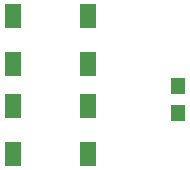
<source format=gbr>
G04 EasyPC Gerber Version 21.0.3 Build 4286 *
G04 #@! TF.Part,Single*
G04 #@! TF.FileFunction,Paste,Top *
G04 #@! TF.FilePolarity,Positive *
%FSLAX35Y35*%
%MOIN*%
G04 #@! TA.AperFunction,SMDPad*
%ADD72R,0.04900X0.05400*%
%ADD29R,0.05699X0.08258*%
X0Y0D02*
D02*
D29*
X55250Y32376D03*
Y48124D03*
Y62376D03*
Y78124D03*
X80250Y32376D03*
Y48124D03*
Y62376D03*
Y78124D03*
D02*
D72*
X110250Y45750D03*
Y54750D03*
X0Y0D02*
M02*

</source>
